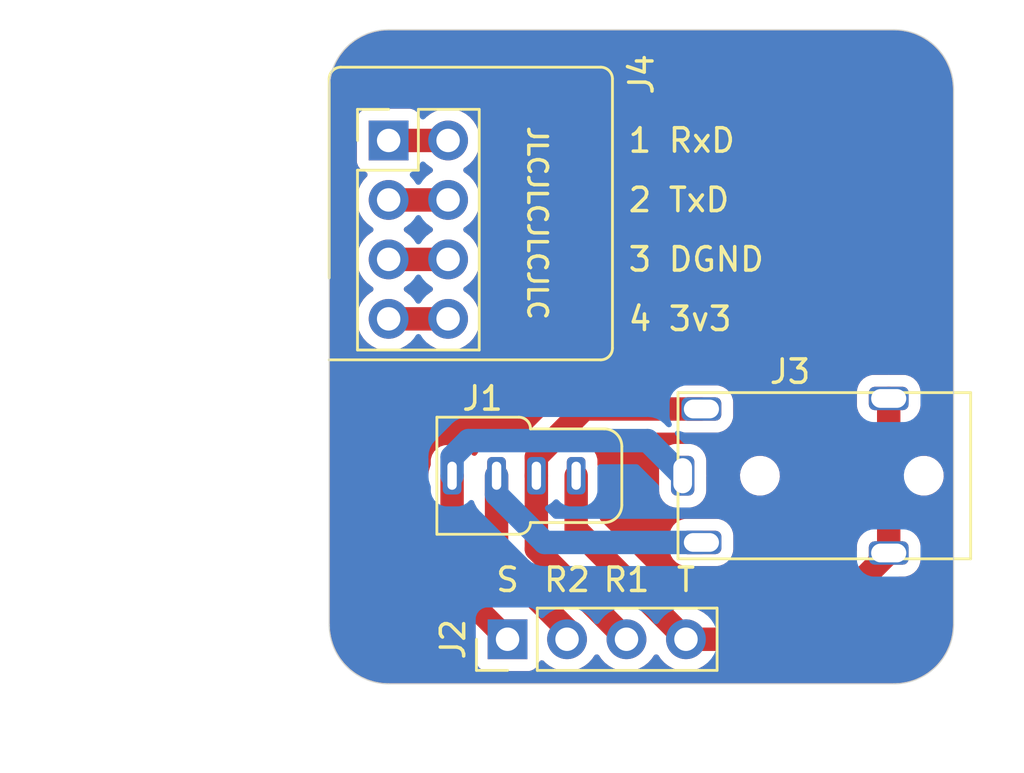
<source format=kicad_pcb>
(kicad_pcb (version 20221018) (generator pcbnew)
  (layers (0 "F.Cu" signal) (31 "B.Cu" signal) (34 "B.Paste" user) (35 "F.Paste" user) (36 "B.SilkS" user "B.Silkscreen") (37 "F.SilkS" user "F.Silkscreen") (38 "B.Mask" user) (39 "F.Mask" user) (44 "Edge.Cuts" user))
  (net 0 "")
  (net 1 "/TIP")
  (net 2 "/RING1")
  (net 3 "/RING2")
  (net 4 "/SLEEVE")
  (net 5 "Net-(J4-Pad2)")
  (net 6 "Net-(J4-Pad3)")
  (net 7 "Net-(J4-Pad1)")
  (net 8 "Net-(J4-Pad4)")
  (footprint "Connector_PinHeader_2.54mm:PinHeader_1x04_P2.54mm_Vertical" (layer "F.Cu") (at 7.62 6.985 90)
    (fp_text reference "J2" (at 0 -2.33 90) (layer "F.SilkS"))
    (fp_text value "Conn_01x04")
    (fp_line (start -1.33 -1.33) (end 0 -1.33) (stroke (width 0.12)) (layer "F.SilkS"))
    (fp_line (start -1.33 0) (end -1.33 -1.33) (stroke (width 0.12)) (layer "F.SilkS"))
    (fp_line (start -1.33 1.27) (end -1.33 8.95) (stroke (width 0.12)) (layer "F.SilkS"))
    (fp_line (start -1.33 1.27) (end 1.33 1.27) (stroke (width 0.12)) (layer "F.SilkS"))
    (fp_line (start -1.33 8.95) (end 1.33 8.95) (stroke (width 0.12)) (layer "F.SilkS"))
    (fp_line (start 1.33 1.27) (end 1.33 8.95) (stroke (width 0.12)) (layer "F.SilkS"))
    (pad "1" thru_hole rect (at 0 0 90) (size 1.7 1.7) (drill 1) (layers "*.Cu" "*.Mask") (net 4 "/SLEEVE"))
    (pad "2" thru_hole oval (at 0 2.54 90) (size 1.7 1.7) (drill 1) (layers "*.Cu" "*.Mask") (net 3 "/RING2"))
    (pad "3" thru_hole oval (at 0 5.08 90) (size 1.7 1.7) (drill 1) (layers "*.Cu" "*.Mask") (net 2 "/RING1"))
    (pad "4" thru_hole oval (at 0 7.62 90) (size 1.7 1.7) (drill 1) (layers "*.Cu" "*.Mask") (net 1 "/TIP"))
  )
  (footprint "Gigahawk:54-00174" (layer "F.Cu") (at 25.4 0 180)
    (fp_text reference "J3" (at 5.715 4.445) (layer "F.SilkS"))
    (fp_text value "AudioJack4")
    (fp_line (start -2 -3.55) (end -2 3.55) (stroke (width 0.12)) (layer "F.SilkS"))
    (fp_line (start -2 -3.55) (end 10.5 -3.55) (stroke (width 0.12)) (layer "F.SilkS"))
    (fp_line (start -2 3.55) (end 10.5 3.55) (stroke (width 0.12)) (layer "F.SilkS"))
    (fp_line (start 10.5 -3.55) (end 10.5 3.55) (stroke (width 0.12)) (layer "F.SilkS"))
    (pad "" np_thru_hole circle (at 0 0 180) (size 1.2 1.2) (drill 1.2) (layers "*.Cu" "*.Mask"))
    (pad "" np_thru_hole circle (at 7 0 270) (size 1.2 1.2) (drill 1.2) (layers "*.Cu" "*.Mask"))
    (pad "R1" thru_hole roundrect (at 9.5 2.85 180) (size 1.7 1) (drill oval 1.5 0.8) (layers "*.Cu" "*.Mask") (net 2 "/RING1"))
    (pad "R2" thru_hole roundrect (at 9.5 -2.85) (size 1.71 1) (drill oval 1.5 0.8) (layers "*.Cu" "*.Mask") (net 3 "/RING2"))
    (pad "S" thru_hole roundrect (at 10.3 0 90) (size 1.7 1) (drill oval 1.5 0.8) (layers "*.Cu" "*.Mask") (net 4 "/SLEEVE"))
    (pad "T" thru_hole roundrect (at 1.5 -3.3) (size 1.7 1) (drill oval 1.5 0.8) (layers "*.Cu" "*.Mask") (net 1 "/TIP"))
    (pad "T" thru_hole roundrect (at 1.5 3.3) (size 1.7 1) (drill oval 1.5 0.8) (layers "*.Cu" "*.Mask") (net 1 "/TIP"))
  )
  (footprint "Gigahawk:54-00035" (layer "F.Cu") (at 5.25 0)
    (fp_text reference "J1" (at 1.3 -3.3) (layer "F.SilkS"))
    (fp_text value "AudioPlug4")
    (fp_line (start -0.65 -2.5) (end -0.65 2.5) (stroke (width 0.12)) (layer "F.SilkS"))
    (fp_line (start -0.65 -2.5) (end 2.85 -2.5) (stroke (width 0.12)) (layer "F.SilkS"))
    (fp_line (start -0.65 2.5) (end 2.85 2.5) (stroke (width 0.12)) (layer "F.SilkS"))
    (fp_line (start 3.35 -2) (end 6.5 -2) (stroke (width 0.12)) (layer "F.SilkS"))
    (fp_line (start 3.35 2) (end 6.5 2) (stroke (width 0.12)) (layer "F.SilkS"))
    (fp_line (start 7.25 -1.25) (end 7.25 1.25) (stroke (width 0.12)) (layer "F.SilkS"))
    (fp_arc (start 2.85 -2.5) (mid 3.203553 -2.353553) (end 3.35 -2) (stroke (width 0.12)) (layer "F.SilkS"))
    (fp_arc (start 3.35 2) (mid 3.203553 2.353553) (end 2.85 2.5) (stroke (width 0.12)) (layer "F.SilkS"))
    (fp_arc (start 6.5 -2) (mid 7.03033 -1.78033) (end 7.25 -1.25) (stroke (width 0.12)) (layer "F.SilkS"))
    (fp_arc (start 7.25 1.25) (mid 7.03033 1.78033) (end 6.5 2) (stroke (width 0.12)) (layer "F.SilkS"))
    (pad "R1" thru_hole roundrect (at 3.6 0 90) (size 1.6 0.8) (drill oval 1.2 0.4) (layers "*.Cu" "*.Mask") (net 2 "/RING1"))
    (pad "R2" thru_hole roundrect (at 1.9 0 90) (size 1.6 0.8) (drill oval 1.2 0.4) (layers "*.Cu" "*.Mask") (net 3 "/RING2"))
    (pad "S" thru_hole roundrect (at 0 0 90) (size 1.6 0.8) (drill oval 1.2 0.4) (layers "*.Cu" "*.Mask") (net 4 "/SLEEVE"))
    (pad "T" thru_hole roundrect (at 5.3 0 90) (size 1.6 0.8) (drill oval 1.2 0.4) (layers "*.Cu" "*.Mask") (net 1 "/TIP"))
  )
  (footprint "Gigahawk:IPOD_4TH_REMOTE_BREAKOUT" (layer "F.Cu") (at 0 -6.7 -90)
    (fp_text reference "J4" (at -10.445 -13.335 90) (layer "F.SilkS"))
    (fp_text value "Conn_01x04")
    (fp_line (start -10.75 -0.5) (end -10.75 -11.6) (stroke (width 0.12)) (layer "F.SilkS"))
    (fp_line (start -10.25 -12.1) (end 1.25 -12.1) (stroke (width 0.12)) (layer "F.SilkS"))
    (fp_line (start -8.95 -6.41) (end 1.33 -6.41) (stroke (width 0.12)) (layer "F.SilkS"))
    (fp_line (start -8.95 -3.81) (end -8.95 -6.41) (stroke (width 0.12)) (layer "F.SilkS"))
    (fp_line (start -8.95 -1.21) (end -8.95 -2.54) (stroke (width 0.12)) (layer "F.SilkS"))
    (fp_line (start -7.62 -1.21) (end -8.95 -1.21) (stroke (width 0.12)) (layer "F.SilkS"))
    (fp_line (start -6.35 -3.81) (end -8.95 -3.81) (stroke (width 0.12)) (layer "F.SilkS"))
    (fp_line (start -6.35 -1.21) (end -6.35 -3.81) (stroke (width 0.12)) (layer "F.SilkS"))
    (fp_line (start -6.35 -1.21) (end 1.33 -1.21) (stroke (width 0.12)) (layer "F.SilkS"))
    (fp_line (start -1.75 0) (end -10.25 0) (stroke (width 0.12)) (layer "F.SilkS"))
    (fp_line (start 1.33 -1.21) (end 1.33 -6.41) (stroke (width 0.12)) (layer "F.SilkS"))
    (fp_line (start 1.75 -11.6) (end 1.75 0) (stroke (width 0.12)) (layer "F.SilkS"))
    (fp_arc (start -10.75 -11.6) (mid -10.603553 -11.953553) (end -10.25 -12.1) (stroke (width 0.12)) (layer "F.SilkS"))
    (fp_arc (start -10.25 0) (mid -10.603553 -0.146447) (end -10.75 -0.5) (stroke (width 0.12)) (layer "F.SilkS"))
    (fp_arc (start 1.25 -12.1) (mid 1.603553 -11.953553) (end 1.75 -11.6) (stroke (width 0.12)) (layer "F.SilkS"))
    (pad "1" thru_hole oval (at -7.62 -5.08) (size 1.7 1.7) (drill 1) (layers "*.Cu" "*.Mask") (net 7 "Net-(J4-Pad1)"))
    (pad "1" thru_hole rect (at -7.62 -2.54) (size 1.7 1.7) (drill 1) (layers "*.Cu" "*.Mask") (net 7 "Net-(J4-Pad1)"))
    (pad "2" thru_hole oval (at -5.08 -5.08) (size 1.7 1.7) (drill 1) (layers "*.Cu" "*.Mask") (net 5 "Net-(J4-Pad2)"))
    (pad "2" thru_hole oval (at -5.08 -2.54) (size 1.7 1.7) (drill 1) (layers "*.Cu" "*.Mask") (net 5 "Net-(J4-Pad2)"))
    (pad "3" thru_hole oval (at -2.54 -5.08) (size 1.7 1.7) (drill 1) (layers "*.Cu" "*.Mask") (net 6 "Net-(J4-Pad3)"))
    (pad "3" thru_hole oval (at -2.54 -2.54) (size 1.7 1.7) (drill 1) (layers "*.Cu" "*.Mask") (net 6 "Net-(J4-Pad3)"))
    (pad "4" thru_hole oval (at 0 -5.08) (size 1.7 1.7) (drill 1) (layers "*.Cu" "*.Mask") (net 8 "Net-(J4-Pad4)"))
    (pad "4" thru_hole oval (at 0 -2.54) (size 1.7 1.7) (drill 1) (layers "*.Cu" "*.Mask") (net 8 "Net-(J4-Pad4)"))
  )
  (gr_line (start 0 6.35) (end 0 -16.51) (stroke (width 0.05)) (layer "Edge.Cuts"))
  (gr_line (start 2.54 -19.05) (end 24.13 -19.05) (stroke (width 0.05)) (layer "Edge.Cuts"))
  (gr_arc (start 0 -16.51) (mid 0.743949 -18.306051) (end 2.54 -19.05) (stroke (width 0.05)) (layer "Edge.Cuts"))
  (gr_arc (start 26.67 6.35) (mid 25.926051 8.146051) (end 24.13 8.89) (stroke (width 0.05)) (layer "Edge.Cuts"))
  (gr_arc (start 24.13 -19.05) (mid 25.926051 -18.306051) (end 26.67 -16.51) (stroke (width 0.05)) (layer "Edge.Cuts"))
  (gr_line (start 26.67 -16.51) (end 26.67 6.35) (stroke (width 0.05)) (layer "Edge.Cuts"))
  (gr_line (start 24.13 8.89) (end 2.54 8.89) (stroke (width 0.05)) (layer "Edge.Cuts"))
  (gr_arc (start 2.54 8.89) (mid 0.743949 8.146051) (end 0 6.35) (stroke (width 0.05)) (layer "Edge.Cuts"))
  (gr_text "R2" (at 10.16 4.445) (layer "F.SilkS") (effects (font (size 1 1))))
  (gr_text "R1\n" (at 12.7 4.445) (layer "F.SilkS") (effects (font (size 1 1))))
  (gr_text "T" (at 15.24 4.445) (layer "F.SilkS") (effects (font (size 1 1))))
  (gr_text "1 RxD" (at 12.7 -14.32) (layer "F.SilkS") (effects (font (size 1 1)) (justify left)))
  (gr_text "4 3v3" (at 12.7 -6.7) (layer "F.SilkS") (effects (font (size 1 1)) (justify left)))
  (gr_text "2 TxD" (at 12.7 -11.78) (layer "F.SilkS") (effects (font (size 1 1)) (justify left)))
  (gr_text "3 DGND" (at 12.7 -9.24) (layer "F.SilkS") (effects (font (size 1 1)) (justify left)))
  (gr_text "JLCJLCJLCJLC" (at 8.89 -10.795 270) (layer "F.SilkS") (effects (font (size 0.8 0.8))))
  (gr_text "S" (at 7.62 4.445) (layer "F.SilkS") (effects (font (size 1 1))))
  (segment (start 10.55 0) (end 10.55 2.295) (width 1) (layer "F.Cu") (net 1))
  (segment (start 10.55 2.295) (end 15.24 6.985) (width 1) (layer "F.Cu") (net 1))
  (segment (start 15.24 6.985) (end 20.215 6.985) (width 1) (layer "F.Cu") (net 1))
  (segment (start 20.215 6.985) (end 23.9 3.3) (width 1) (layer "F.Cu") (net 1))
  (segment (start 23.9 -3.3) (end 23.9 3.3) (width 1) (layer "F.Cu") (net 1))
  (segment (start 8.85 0) (end 8.85 3.135) (width 1) (layer "F.Cu") (net 2))
  (segment (start 8.85 3.135) (end 12.7 6.985) (width 1) (layer "F.Cu") (net 2))
  (segment (start 10.9 -2.85) (end 15.9 -2.85) (width 1) (layer "F.Cu") (net 2))
  (segment (start 8.85 -0.8) (end 10.9 -2.85) (width 1) (layer "F.Cu") (net 2))
  (segment (start 8.85 0) (end 8.85 -0.8) (width 1) (layer "F.Cu") (net 2))
  (segment (start 7.15 3.554998) (end 10.16 6.564998) (width 1) (layer "F.Cu") (net 3))
  (segment (start 10.16 6.564998) (end 10.16 6.985) (width 1) (layer "F.Cu") (net 3))
  (segment (start 7.15 0) (end 7.15 3.554998) (width 1) (layer "F.Cu") (net 3))
  (segment (start 7.15 0.8) (end 9.2 2.85) (width 1) (layer "B.Cu") (net 3))
  (segment (start 9.2 2.85) (end 15.9 2.85) (width 1) (layer "B.Cu") (net 3))
  (segment (start 7.15 0) (end 7.15 0.8) (width 1) (layer "B.Cu") (net 3))
  (segment (start 5.25 4.615) (end 7.62 6.985) (width 1) (layer "F.Cu") (net 4))
  (segment (start 5.25 0) (end 5.25 4.615) (width 1) (layer "F.Cu") (net 4))
  (segment (start 13.59999 -1.50001) (end 15.1 0) (width 1) (layer "B.Cu") (net 4))
  (segment (start 5.25 -0.8) (end 5.95001 -1.50001) (width 1) (layer "B.Cu") (net 4))
  (segment (start 5.25 0) (end 5.25 -0.8) (width 1) (layer "B.Cu") (net 4))
  (segment (start 5.95001 -1.50001) (end 13.59999 -1.50001) (width 1) (layer "B.Cu") (net 4))
  (segment (start 2.54 -11.78) (end 5.08 -11.78) (width 1) (layer "F.Cu") (net 5))
  (segment (start 2.54 -9.24) (end 5.08 -9.24) (width 1) (layer "F.Cu") (net 6))
  (segment (start 5.08 -14.32) (end 2.54 -14.32) (width 1) (layer "F.Cu") (net 7))
  (segment (start 5.08 -6.7) (end 2.54 -6.7) (width 1) (layer "F.Cu") (net 8))
  (zone (net 0) (net_name "") (layer "F.Cu") (connect_pads (clearance 0.508)) (min_thickness 0.254) (fill yes (thermal_gap 0.508) (thermal_bridge_width 0.508))
    (polygon (pts (xy 27.94 12.7) (xy -2.54 12.7) (xy -2.54 -20.32) (xy 27.94 -20.32)))
  )
  (zone (net 0) (net_name "") (layer "B.Cu") (connect_pads (clearance 0.508)) (min_thickness 0.254) (fill yes (thermal_gap 0.508) (thermal_bridge_width 0.508))
    (polygon (pts (xy 27.94 12.7) (xy -2.54 12.7) (xy -2.54 -20.32) (xy 27.94 -20.32)))
  )
)
</source>
